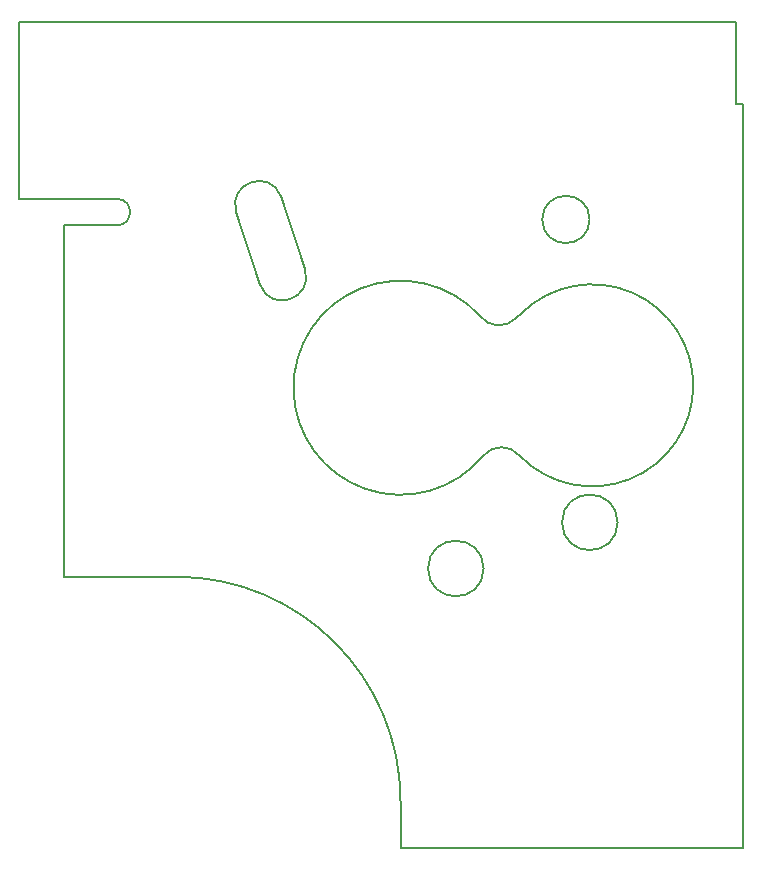
<source format=gbr>
G04 #@! TF.GenerationSoftware,KiCad,Pcbnew,6.0.11+dfsg-1~bpo11+1*
G04 #@! TF.CreationDate,2023-05-20T19:26:12-04:00*
G04 #@! TF.ProjectId,RUSP_Daughterboard,52555350-5f44-4617-9567-68746572626f,rev?*
G04 #@! TF.SameCoordinates,Original*
G04 #@! TF.FileFunction,Profile,NP*
%FSLAX46Y46*%
G04 Gerber Fmt 4.6, Leading zero omitted, Abs format (unit mm)*
G04 Created by KiCad (PCBNEW 6.0.11+dfsg-1~bpo11+1) date 2023-05-20 19:26:12*
%MOMM*%
%LPD*%
G01*
G04 APERTURE LIST*
G04 #@! TA.AperFunction,Profile*
%ADD10C,0.150000*%
G04 #@! TD*
G04 APERTURE END LIST*
D10*
X156745900Y-93948530D02*
G75*
G03*
X159775000Y-94100000I1579700J1227130D01*
G01*
X121500000Y-116000000D02*
X121500000Y-86250000D01*
X126000000Y-84000000D02*
X117700000Y-84000000D01*
X117700000Y-84000000D02*
X117700000Y-69000000D01*
X117700000Y-69000000D02*
X178400000Y-69000000D01*
X121500000Y-116000000D02*
X131000000Y-116000000D01*
X150000000Y-139000000D02*
X150000000Y-135000000D01*
X150000000Y-135000000D02*
G75*
G03*
X131000000Y-116000000I-19000000J0D01*
G01*
X157028000Y-115301000D02*
G75*
G03*
X157028000Y-115301000I-2350000J0D01*
G01*
X168374000Y-111394000D02*
G75*
G03*
X168374000Y-111394000I-2350000J0D01*
G01*
X160091527Y-105758227D02*
G75*
G03*
X156999999Y-105755654I-1546827J-1275973D01*
G01*
X179000000Y-76000000D02*
X179000000Y-139000000D01*
X179000000Y-139000000D02*
X150000000Y-139000000D01*
X178400000Y-76000000D02*
X178400000Y-69000000D01*
X166000000Y-85750000D02*
G75*
G03*
X166000000Y-85750000I-2000000J0D01*
G01*
X138125000Y-91300000D02*
X136100000Y-85125000D01*
X159775000Y-94100000D02*
X160250001Y-93675001D01*
X156745904Y-93948527D02*
G75*
G03*
X156999999Y-105755654I-6745904J-6051473D01*
G01*
X138124986Y-91300005D02*
G75*
G03*
X141900000Y-89975000I1874414J699805D01*
G01*
X139873829Y-83800437D02*
G75*
G03*
X136100000Y-85125000I-1873829J-699563D01*
G01*
X179000000Y-76000000D02*
X178400000Y-76000000D01*
X160091574Y-105758188D02*
G75*
G03*
X160250001Y-93675001I6135426J5962188D01*
G01*
X126000000Y-86249999D02*
G75*
G03*
X126000000Y-84000001I-25000J1124999D01*
G01*
X139875000Y-83800000D02*
X141900000Y-89975000D01*
X121500000Y-86250000D02*
X126000000Y-86250000D01*
M02*

</source>
